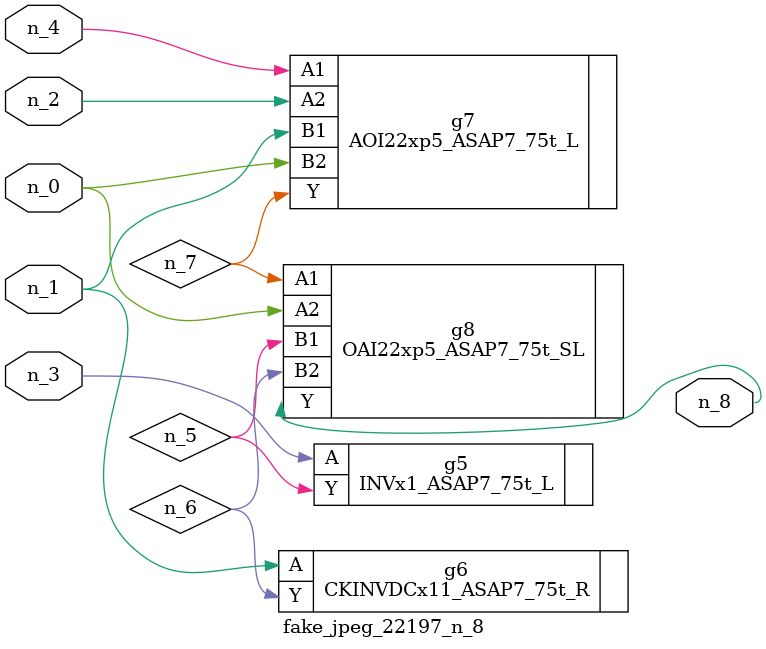
<source format=v>
module fake_jpeg_22197_n_8 (n_3, n_2, n_1, n_0, n_4, n_8);

input n_3;
input n_2;
input n_1;
input n_0;
input n_4;

output n_8;

wire n_6;
wire n_5;
wire n_7;

INVx1_ASAP7_75t_L g5 ( 
.A(n_3),
.Y(n_5)
);

CKINVDCx11_ASAP7_75t_R g6 ( 
.A(n_1),
.Y(n_6)
);

AOI22xp5_ASAP7_75t_L g7 ( 
.A1(n_4),
.A2(n_2),
.B1(n_1),
.B2(n_0),
.Y(n_7)
);

OAI22xp5_ASAP7_75t_SL g8 ( 
.A1(n_7),
.A2(n_0),
.B1(n_5),
.B2(n_6),
.Y(n_8)
);


endmodule
</source>
